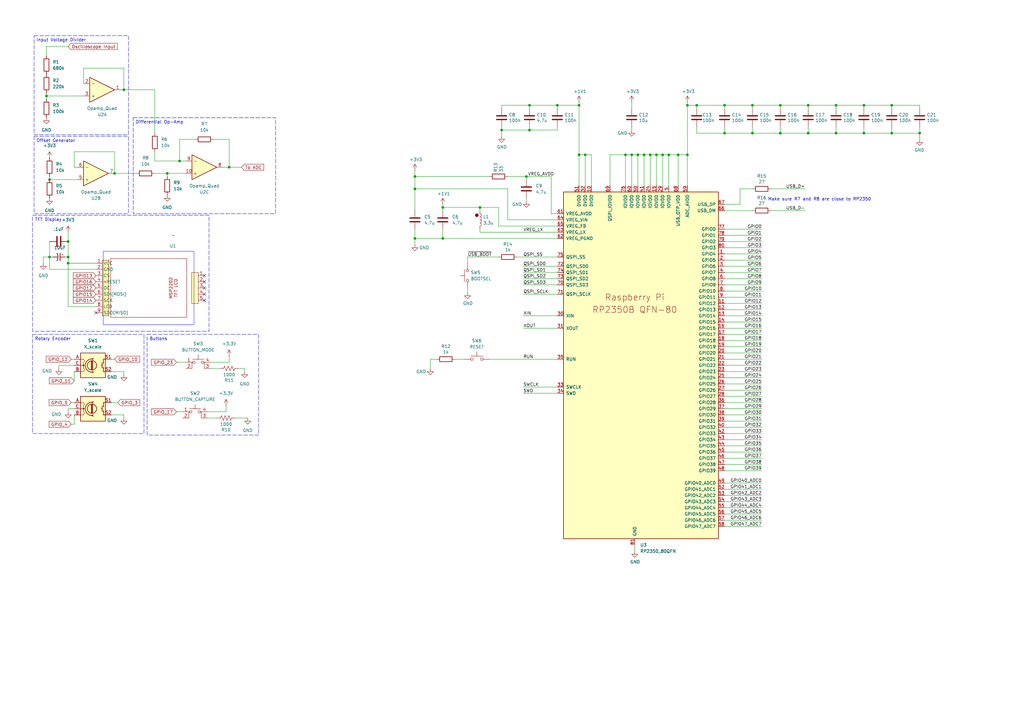
<source format=kicad_sch>
(kicad_sch (version 20250114) (generator "eeschema") (generator_version "9.0")
  (paper "A3")
  (lib_symbols
    (symbol "Device:C" (pin_numbers (hide yes)) (pin_names (offset 0.254))
      (property "Reference" "C" (at 0.635 2.54 0))
      (property "Value" "C" (at 0.635 -2.54 0))
      (symbol "C_1_1"
        (pin passive line (at 0 3.81 270) (length 2.794) (name "~") (number "1"))
        (pin passive line (at 0 -3.81 90) (length 2.794) (name "~") (number "2"))
      )
    )
    (symbol "Device:C_Polarized_Small_US" (pin_numbers (hide yes)) (pin_names (offset 0.254) (hide yes))
      (property "Reference" "C" (at 0.254 1.778 0))
      (property "Value" "C_Polarized_Small_US" (at 0.254 -2.032 0))
      (symbol "C_Polarized_Small_US_1_1"
        (pin passive line (at 0 2.54 270) (length 2.032) (name "~") (number "1"))
        (pin passive line (at 0 -2.54 90) (length 2.032) (name "~") (number "2"))
      )
    )
    (symbol "Device:L" (pin_numbers (hide yes)) (pin_names (offset 1.016) (hide yes))
      (property "Reference" "L" (at -1.27 0 90))
      (property "Value" "L" (at 1.905 0 90))
      (symbol "L_1_1"
        (pin passive line (at 0 3.81 270) (length 1.27) (name "1") (number "1"))
        (pin passive line (at 0 -3.81 90) (length 1.27) (name "2") (number "2"))
      )
    )
    (symbol "Device:Opamp_Quad"
      (property "Reference" "U" (at 0 5.08 0))
      (property "Value" "Opamp_Quad" (at 0 -5.08 0))
      (symbol "Opamp_Quad_1_1"
        (pin input line (at -7.62 2.54 0) (length 2.54) (name "+") (number "3"))
        (pin input line (at -7.62 -2.54 0) (length 2.54) (name "-") (number "2"))
        (pin output line (at 7.62 0 180) (length 2.54) (name "~") (number "1"))
      )
      (symbol "Opamp_Quad_2_1"
        (pin input line (at -7.62 2.54 0) (length 2.54) (name "+") (number "5"))
        (pin input line (at -7.62 -2.54 0) (length 2.54) (name "-") (number "6"))
        (pin output line (at 7.62 0 180) (length 2.54) (name "~") (number "7"))
      )
      (symbol "Opamp_Quad_3_1"
        (pin input line (at -7.62 2.54 0) (length 2.54) (name "+") (number "10"))
        (pin input line (at -7.62 -2.54 0) (length 2.54) (name "-") (number "9"))
        (pin output line (at 7.62 0 180) (length 2.54) (name "~") (number "8"))
      )
      (symbol "Opamp_Quad_4_1"
        (pin input line (at -7.62 2.54 0) (length 2.54) (name "+") (number "12"))
        (pin input line (at -7.62 -2.54 0) (length 2.54) (name "-") (number "13"))
        (pin output line (at 7.62 0 180) (length 2.54) (name "~") (number "14"))
      )
      (symbol "Opamp_Quad_5_1"
        (pin power_in line (at -2.54 7.62 270) (length 3.81) (name "V+") (number "4"))
        (pin power_in line (at -2.54 -7.62 90) (length 3.81) (name "V-") (number "11"))
      )
    )
    (symbol "Device:R" (pin_numbers (hide yes)) (pin_names (offset 0))
      (property "Reference" "R" (at 2.032 0 90))
      (property "Value" "R" (at 0 0 90))
      (symbol "R_1_1"
        (pin passive line (at 0 3.81 270) (length 1.27) (name "~") (number "1"))
        (pin passive line (at 0 -3.81 90) (length 1.27) (name "~") (number "2"))
      )
    )
    (symbol "Device:R_US" (pin_numbers (hide yes)) (pin_names (offset 0))
      (property "Reference" "R" (at 2.54 0 90))
      (property "Value" "R_US" (at -2.54 0 90))
      (symbol "R_US_1_1"
        (pin passive line (at 0 3.81 270) (length 1.27) (name "~") (number "1"))
        (pin passive line (at 0 -3.81 90) (length 1.27) (name "~") (number "2"))
      )
    )
    (symbol "Device:RotaryEncoder_Switch" (pin_names (offset 0.254) (hide yes))
      (property "Reference" "SW" (at 0 6.604 0))
      (property "Value" "RotaryEncoder_Switch" (at 0 -6.604 0))
      (symbol "RotaryEncoder_Switch_1_1"
        (pin passive line (at -7.62 2.54 0) (length 2.54) (name "A") (number "A"))
        (pin passive line (at -7.62 0 0) (length 2.54) (name "C") (number "C"))
        (pin passive line (at -7.62 -2.54 0) (length 2.54) (name "B") (number "B"))
        (pin passive line (at 7.62 2.54 180) (length 2.54) (name "S1") (number "S1"))
        (pin passive line (at 7.62 -2.54 180) (length 2.54) (name "S2") (number "S2"))
      )
    )
    (symbol "MCU_RaspberryPi_RP2350:RP2350_80QFN" (pin_names (offset 1.016))
      (property "Reference" "U" (at -29.21 49.53 0))
      (property "Value" "RP2350_80QFN" (at 25.4 -96.52 0))
      (symbol "RP2350_80QFN_0_0"
        (text "Raspberry Pi" (at 0 5.08 0) (effects (font (size 2.54 2.54))))
      )
      (symbol "RP2350_80QFN_1_0"
        (text "RP2350B QFN-80" (at 0 0 0) (effects (font (size 2.54 2.54))))
      )
      (symbol "RP2350_80QFN_1_1"
        (pin power_in line (at -31.75 39.37 0) (length 2.54) (name "VREG_AVDD") (number "61"))
        (pin power_in line (at -31.75 36.83 0) (length 2.54) (name "VREG_VIN") (number "64"))
        (pin input line (at -31.75 34.29 0) (length 2.54) (name "VREG_FB") (number "65"))
        (pin power_out line (at -31.75 31.75 0) (length 2.54) (name "VREG_LX") (number "63"))
        (pin power_in line (at -31.75 29.21 0) (length 2.54) (name "VREG_PGND") (number "62"))
        (pin bidirectional line (at -31.75 21.59 0) (length 2.54) (name "QSPI_SS") (number "75"))
        (pin bidirectional line (at -31.75 17.78 0) (length 2.54) (name "QSPI_SD0") (number "72"))
        (pin bidirectional line (at -31.75 15.24 0) (length 2.54) (name "QSPI_SD1") (number "74"))
        (pin bidirectional line (at -31.75 12.7 0) (length 2.54) (name "QSPI_SD2") (number "73"))
        (pin bidirectional line (at -31.75 10.16 0) (length 2.54) (name "QSPI_SD3") (number "70"))
        (pin output line (at -31.75 6.35 0) (length 2.54) (name "QSPI_SCLK") (number "71"))
        (pin input line (at -31.75 -2.54 0) (length 2.54) (name "XIN") (number "30"))
        (pin passive line (at -31.75 -7.62 0) (length 2.54) (name "XOUT") (number "31"))
        (pin input line (at -31.75 -20.32 0) (length 2.54) (name "RUN") (number "35"))
        (pin output line (at -31.75 -31.75 0) (length 2.54) (name "SWCLK") (number "33"))
        (pin bidirectional line (at -31.75 -34.29 0) (length 2.54) (name "SWD") (number "34"))
        (pin power_in line (at -22.86 50.8 270) (length 2.54) (name "DVDD") (number "51"))
        (pin power_in line (at -20.32 50.8 270) (length 2.54) (name "DVDD") (number "32"))
        (pin power_in line (at -17.78 50.8 270) (length 2.54) (name "DVDD") (number "10"))
        (pin power_in line (at -10.16 50.8 270) (length 2.54) (name "QSPI_IOVDD") (number "69"))
        (pin power_in line (at -3.81 50.8 270) (length 2.54) (name "IOVDD") (number "76"))
        (pin power_in line (at -1.27 50.8 270) (length 2.54) (name "IOVDD") (number "60"))
        (pin power_in line (at 0 -96.52 90) (length 2.54) (name "GND") (number "81"))
        (pin power_in line (at 1.27 50.8 270) (length 2.54) (name "IOVDD") (number "50"))
        (pin power_in line (at 3.81 50.8 270) (length 2.54) (name "IOVDD") (number "41"))
        (pin power_in line (at 6.35 50.8 270) (length 2.54) (name "IOVDD") (number "24"))
        (pin power_in line (at 8.89 50.8 270) (length 2.54) (name "IOVDD") (number "15"))
        (pin power_in line (at 11.43 50.8 270) (length 2.54) (name "IOVDD") (number "29"))
        (pin power_in line (at 13.97 50.8 270) (length 2.54) (name "IOVDD") (number "5"))
        (pin power_in line (at 17.78 50.8 270) (length 2.54) (name "USB_OTP_VDD") (number "68"))
        (pin power_in line (at 21.59 50.8 270) (length 2.54) (name "ADC_AVDD") (number "59"))
        (pin bidirectional line (at 36.83 43.18 180) (length 2.54) (name "USB_DP") (number "67"))
        (pin bidirectional line (at 36.83 40.64 180) (length 2.54) (name "USB_DM") (number "66"))
        (pin bidirectional line (at 36.83 33.02 180) (length 2.54) (name "GPIO0") (number "77"))
        (pin bidirectional line (at 36.83 30.48 180) (length 2.54) (name "GPIO1") (number "78"))
        (pin bidirectional line (at 36.83 27.94 180) (length 2.54) (name "GPIO2") (number "79"))
        (pin bidirectional line (at 36.83 25.4 180) (length 2.54) (name "GPIO3") (number "80"))
        (pin bidirectional line (at 36.83 22.86 180) (length 2.54) (name "GPIO4") (number "1"))
        (pin bidirectional line (at 36.83 20.32 180) (length 2.54) (name "GPIO5") (number "2"))
        (pin bidirectional line (at 36.83 17.78 180) (length 2.54) (name "GPIO6") (number "3"))
        (pin bidirectional line (at 36.83 15.24 180) (length 2.54) (name "GPIO7") (number "4"))
        (pin bidirectional line (at 36.83 12.7 180) (length 2.54) (name "GPIO8") (number "6"))
        (pin bidirectional line (at 36.83 10.16 180) (length 2.54) (name "GPIO9") (number "7"))
        (pin bidirectional line (at 36.83 7.62 180) (length 2.54) (name "GPIO10") (number "8"))
        (pin bidirectional line (at 36.83 5.08 180) (length 2.54) (name "GPIO11") (number "9"))
        (pin bidirectional line (at 36.83 2.54 180) (length 2.54) (name "GPIO12") (number "11"))
        (pin bidirectional line (at 36.83 0 180) (length 2.54) (name "GPIO13") (number "12"))
        (pin bidirectional line (at 36.83 -2.54 180) (length 2.54) (name "GPIO14") (number "13"))
        (pin bidirectional line (at 36.83 -5.08 180) (length 2.54) (name "GPIO15") (number "14"))
        (pin bidirectional line (at 36.83 -7.62 180) (length 2.54) (name "GPIO16") (number "16"))
        (pin bidirectional line (at 36.83 -10.16 180) (length 2.54) (name "GPIO17") (number "17"))
        (pin bidirectional line (at 36.83 -12.7 180) (length 2.54) (name "GPIO18") (number "18"))
        (pin bidirectional line (at 36.83 -15.24 180) (length 2.54) (name "GPIO19") (number "19"))
        (pin bidirectional line (at 36.83 -17.78 180) (length 2.54) (name "GPIO20") (number "20"))
        (pin bidirectional line (at 36.83 -20.32 180) (length 2.54) (name "GPIO21") (number "21"))
        (pin bidirectional line (at 36.83 -22.86 180) (length 2.54) (name "GPIO22") (number "22"))
        (pin bidirectional line (at 36.83 -25.4 180) (length 2.54) (name "GPIO23") (number "23"))
        (pin bidirectional line (at 36.83 -27.94 180) (length 2.54) (name "GPIO24") (number "25"))
        (pin bidirectional line (at 36.83 -30.48 180) (length 2.54) (name "GPIO25") (number "26"))
        (pin bidirectional line (at 36.83 -33.02 180) (length 2.54) (name "GPIO26") (number "27"))
        (pin bidirectional line (at 36.83 -35.56 180) (length 2.54) (name "GPIO27") (number "28"))
        (pin bidirectional line (at 36.83 -38.1 180) (length 2.54) (name "GPIO28") (number "36"))
        (pin bidirectional line (at 36.83 -40.64 180) (length 2.54) (name "GPIO29") (number "37"))
        (pin bidirectional line (at 36.83 -43.18 180) (length 2.54) (name "GPIO30") (number "38"))
        (pin bidirectional line (at 36.83 -45.72 180) (length 2.54) (name "GPIO31") (number "39"))
        (pin bidirectional line (at 36.83 -48.26 180) (length 2.54) (name "GPIO32") (number "40"))
        (pin bidirectional line (at 36.83 -50.8 180) (length 2.54) (name "GPIO33") (number "42"))
        (pin bidirectional line (at 36.83 -53.34 180) (length 2.54) (name "GPIO34") (number "43"))
        (pin bidirectional line (at 36.83 -55.88 180) (length 2.54) (name "GPIO35") (number "44"))
        (pin bidirectional line (at 36.83 -58.42 180) (length 2.54) (name "GPIO36") (number "45"))
        (pin bidirectional line (at 36.83 -60.96 180) (length 2.54) (name "GPIO37") (number "46"))
        (pin bidirectional line (at 36.83 -63.5 180) (length 2.54) (name "GPIO38") (number "47"))
        (pin bidirectional line (at 36.83 -66.04 180) (length 2.54) (name "GPIO39") (number "48"))
        (pin bidirectional line (at 36.83 -71.12 180) (length 2.54) (name "GPIO40_ADC0") (number "49"))
        (pin bidirectional line (at 36.83 -73.66 180) (length 2.54) (name "GPIO41_ADC1") (number "52"))
        (pin bidirectional line (at 36.83 -76.2 180) (length 2.54) (name "GPIO42_ADC2") (number "53"))
        (pin bidirectional line (at 36.83 -78.74 180) (length 2.54) (name "GPIO43_ADC3") (number "54"))
        (pin bidirectional line (at 36.83 -81.28 180) (length 2.54) (name "GPIO44_ADC4") (number "55"))
        (pin bidirectional line (at 36.83 -83.82 180) (length 2.54) (name "GPIO45_ADC5") (number "56"))
        (pin bidirectional line (at 36.83 -86.36 180) (length 2.54) (name "GPIO46_ADC6") (number "57"))
        (pin bidirectional line (at 36.83 -88.9 180) (length 2.54) (name "GPIO47_ADC7") (number "58"))
      )
    )
    (symbol "MSP2202_TFT:MSP2202_TFT_LCD"
      (property "Reference" "U1" (at 9.906 17.272 0))
      (property "Value" "~" (at 10.16 21.59 0))
      (symbol "MSP2202_TFT_LCD_1_1"
        (text "MSP2202\nTFT LCD" (at 10.16 0 900) (effects (font (size 1.27 1.27))))
        (pin input line (at -21.59 10.16 0) (length 2.54) (name "VCC") (number "1"))
        (pin input line (at -21.59 7.62 0) (length 2.54) (name "GND") (number "2"))
        (pin input line (at -21.59 5.08 0) (length 2.54) (name "CS") (number "3"))
        (pin input line (at -21.59 2.54 0) (length 2.54) (name "nRESET") (number "4"))
        (pin input line (at -21.59 0 0) (length 2.54) (name "DC") (number "5"))
        (pin input line (at -21.59 -2.54 0) (length 2.54) (name "SDI(MOSI)") (number "6"))
        (pin input line (at -21.59 -5.08 0) (length 2.54) (name "SCK") (number "7"))
        (pin input line (at -21.59 -7.62 0) (length 2.54) (name "LED") (number "8"))
        (pin input line (at -21.59 -10.16 0) (length 2.54) (name "SDO(MISO)") (number "9"))
        (pin input line (at 22.86 5.08 180) (length 2.54) (name "") (number "1"))
        (pin input line (at 22.86 2.54 180) (length 2.54) (name "") (number "2"))
        (pin input line (at 22.86 0 180) (length 2.54) (name "") (number "3"))
        (pin input line (at 22.86 -2.54 180) (length 2.54) (name "") (number "4"))
        (pin input line (at 22.86 -5.08 180) (length 2.54) (name "") (number "5"))
      )
    )
    (symbol "Switch:SW_MEC_5E" (pin_names (offset 1.016) (hide yes))
      (property "Reference" "SW" (at 0.635 5.715 0))
      (property "Value" "SW_MEC_5E" (at 0 -3.175 0))
      (symbol "SW_MEC_5E_0_1"
        (pin passive line (at -5.08 2.54 0) (length 2.54) (name "1") (number "1"))
        (pin passive line (at -5.08 0 0) (length 2.54) (name "2") (number "2"))
        (pin passive line (at 5.08 2.54 180) (length 2.54) (name "A") (number "4"))
        (pin passive line (at 5.08 0 180) (length 2.54) (name "K") (number "3"))
      )
    )
    (symbol "Switch:SW_Push" (pin_numbers (hide yes)) (pin_names (offset 1.016) (hide yes))
      (property "Reference" "SW" (at 1.27 2.54 0))
      (property "Value" "SW_Push" (at 0 -1.524 0))
      (symbol "SW_Push_0_1"
        (pin passive line (at -5.08 0 0) (length 2.54) (name "1") (number "1"))
        (pin passive line (at 5.08 0 180) (length 2.54) (name "2") (number "2"))
      )
    )
    (symbol "power:+1V1" (power) (pin_names (offset 0))
      (property "Value" "+1V1" (at 0 3.556 0))
      (symbol "+1V1_1_1"
        (pin power_in line (at 0 0 90) (length 0) (hide yes) (name "+1V1") (number "1"))
      )
    )
    (symbol "power:+3.3V" (power) (pin_numbers (hide yes)) (pin_names (offset 0) (hide yes))
      (property "Value" "+3.3V" (at 0 3.556 0))
      (symbol "+3.3V_1_1"
        (pin power_in line (at 0 0 90) (length 0) (name "~") (number "1"))
      )
    )
    (symbol "power:+3V3" (power) (pin_names (offset 0))
      (property "Value" "+3V3" (at 0 3.556 0))
      (symbol "+3V3_1_1"
        (pin power_in line (at 0 0 90) (length 0) (hide yes) (name "+3V3") (number "1"))
      )
    )
    (symbol "power:GND" (power) (pin_names (offset 0))
      (property "Value" "GND" (at 0 -3.81 0))
      (symbol "GND_1_1"
        (pin power_in line (at 0 0 270) (length 0) (hide yes) (name "GND") (number "1"))
      )
    )
  )
  (circle (center 195.58 88.265) (radius 0.635) (stroke (width 0) (color 132 0 0 1)) (fill (type color) (color 132 0 0 1)))
  (text "Make sure R7 and R8 are close to RP2350\n" (at 314.96 82.55 0) (effects (font (size 1.27 1.27)) (justify left bottom)))
  (text_box "Buttons" (at 60.325 137.16 0) (size 45.72 41.275) (margins 0.9525 0.9525 0.9525 0.9525) (stroke (width 0) (type dash)) (effects (font (size 1.27 1.27)) (justify left top)))
  (text_box "Differential Op-Amp" (at 54.61 48.26 0) (size 58.42 39.37) (margins 0.9525 0.9525 0.9525 0.9525) (stroke (width 0) (type dash)) (effects (font (size 1.27 1.27)) (justify left top)))
  (text_box "Input Voltage Divider" (at 13.97 14.605 0) (size 38.735 40.64) (margins 0.9525 0.9525 0.9525 0.9525) (stroke (width 0) (type dash)) (effects (font (size 1.27 1.27)) (justify left top)))
  (text_box "Offset Generator" (at 13.97 55.88 0) (size 38.735 31.75) (margins 0.9525 0.9525 0.9525 0.9525) (stroke (width 0) (type dash)) (effects (font (size 1.27 1.27)) (justify left top)))
  (text_box "TFT Display" (at 13.335 88.265 0) (size 72.39 47.625) (margins 0.9525 0.9525 0.9525 0.9525) (stroke (width 0) (type dash)) (effects (font (size 1.27 1.27)) (justify left top)))
  (text_box "Rotary Encoder" (at 13.335 137.16 0) (size 45.72 40.64) (margins 0.9525 0.9525 0.9525 0.9525) (stroke (width 0) (type dash)) (effects (font (size 1.27 1.27)) (justify left top)))
  (junction (at 73.66 66.04))
  (junction (at 205.74 53.34))
  (junction (at 308.61 54.61))
  (junction (at 278.13 63.5))
  (junction (at 266.7 63.5))
  (junction (at 27.94 99.06))
  (junction (at 281.94 43.18))
  (junction (at 308.61 43.18))
  (junction (at 181.61 97.79))
  (junction (at 237.49 63.5))
  (junction (at 354.33 43.18))
  (junction (at 46.99 71.12))
  (junction (at 27.94 107.95))
  (junction (at 50.8 36.83))
  (junction (at 259.08 63.5))
  (junction (at 354.33 54.61))
  (junction (at 342.9 54.61))
  (junction (at 320.04 54.61))
  (junction (at 285.75 43.18))
  (junction (at 19.05 39.37))
  (junction (at 320.04 43.18))
  (junction (at 261.62 63.5))
  (junction (at 27.94 105.41))
  (junction (at 237.49 43.18))
  (junction (at 365.76 43.18))
  (junction (at 170.18 77.47))
  (junction (at 274.32 63.5))
  (junction (at 228.6 43.18))
  (junction (at 331.47 54.61))
  (junction (at 365.76 54.61))
  (junction (at 342.9 43.18))
  (junction (at 68.58 71.12))
  (junction (at 240.03 63.5))
  (junction (at 264.16 63.5))
  (junction (at 170.18 72.39))
  (junction (at 215.9 72.39))
  (junction (at 377.19 54.61))
  (junction (at 181.61 85.09))
  (junction (at 271.78 63.5))
  (junction (at 93.98 68.58))
  (junction (at 217.17 43.18))
  (junction (at 297.18 54.61))
  (junction (at 196.85 85.09))
  (junction (at 331.47 43.18))
  (junction (at 297.18 43.18))
  (junction (at 269.24 63.5))
  (junction (at 217.17 53.34))
  (junction (at 20.32 105.41))
  (junction (at 281.94 63.5))
  (junction (at 20.32 73.66))
  (junction (at 170.18 97.79))
  (junction (at 256.54 63.5))
  (no_connect (at 83.82 115.57))
  (no_connect (at 39.37 128.27))
  (no_connect (at 83.82 120.65))
  (no_connect (at 83.82 118.11))
  (no_connect (at 83.82 113.03))
  (no_connect (at 83.82 123.19))
  (wire (pts (xy 240.03 63.5) (xy 242.57 63.5)))
  (wire (pts (xy 191.77 105.41) (xy 191.77 107.95)))
  (wire (pts (xy 205.74 53.34) (xy 205.74 55.88)))
  (wire (pts (xy 27.94 99.06) (xy 27.94 105.41)))
  (wire (pts (xy 320.04 43.18) (xy 331.47 43.18)))
  (wire (pts (xy 204.47 92.71) (xy 204.47 85.09)))
  (wire (pts (xy 73.66 66.04) (xy 73.66 57.15)))
  (wire (pts (xy 181.61 86.36) (xy 181.61 85.09)))
  (wire (pts (xy 176.53 147.32) (xy 176.53 151.13)))
  (wire (pts (xy 170.18 77.47) (xy 170.18 86.36)))
  (wire (pts (xy 297.18 104.14) (xy 312.42 104.14)))
  (wire (pts (xy 30.48 167.64) (xy 27.94 167.64)))
  (wire (pts (xy 297.18 203.2) (xy 312.42 203.2)))
  (wire (pts (xy 27.94 105.41) (xy 27.94 107.95)))
  (wire (pts (xy 19.05 39.37) (xy 34.29 39.37)))
  (wire (pts (xy 20.32 73.66) (xy 31.75 73.66)))
  (wire (pts (xy 214.63 111.76) (xy 228.6 111.76)))
  (wire (pts (xy 20.32 99.06) (xy 20.32 105.41)))
  (wire (pts (xy 50.8 36.83) (xy 63.5 36.83)))
  (wire (pts (xy 45.72 152.4) (xy 50.8 152.4)))
  (wire (pts (xy 87.63 57.15) (xy 93.98 57.15)))
  (wire (pts (xy 297.18 160.02) (xy 312.42 160.02)))
  (wire (pts (xy 181.61 93.98) (xy 181.61 97.79)))
  (wire (pts (xy 93.98 146.05) (xy 93.98 148.59)))
  (wire (pts (xy 297.18 83.82) (xy 303.53 83.82)))
  (wire (pts (xy 297.18 215.9) (xy 312.42 215.9)))
  (wire (pts (xy 228.6 43.18) (xy 237.49 43.18)))
  (wire (pts (xy 297.18 157.48) (xy 312.42 157.48)))
  (wire (pts (xy 19.05 22.86) (xy 19.05 19.05)))
  (wire (pts (xy 181.61 97.79) (xy 228.6 97.79)))
  (wire (pts (xy 297.18 86.36) (xy 308.61 86.36)))
  (wire (pts (xy 285.75 44.45) (xy 285.75 43.18)))
  (wire (pts (xy 226.06 87.63) (xy 228.6 87.63)))
  (wire (pts (xy 29.21 173.99) (xy 30.48 173.99)))
  (wire (pts (xy 196.85 85.09) (xy 196.85 86.36)))
  (wire (pts (xy 297.18 182.88) (xy 312.42 182.88)))
  (wire (pts (xy 205.74 52.07) (xy 205.74 53.34)))
  (wire (pts (xy 30.48 156.21) (xy 30.48 152.4)))
  (wire (pts (xy 308.61 44.45) (xy 308.61 43.18)))
  (wire (pts (xy 285.75 43.18) (xy 297.18 43.18)))
  (wire (pts (xy 45.72 170.18) (xy 50.8 170.18)))
  (wire (pts (xy 260.35 223.52) (xy 260.35 226.06)))
  (wire (pts (xy 297.18 147.32) (xy 312.42 147.32)))
  (wire (pts (xy 331.47 44.45) (xy 331.47 43.18)))
  (wire (pts (xy 271.78 63.5) (xy 274.32 63.5)))
  (wire (pts (xy 365.76 54.61) (xy 354.33 54.61)))
  (wire (pts (xy 297.18 172.72) (xy 312.42 172.72)))
  (wire (pts (xy 237.49 41.91) (xy 237.49 43.18)))
  (wire (pts (xy 256.54 63.5) (xy 259.08 63.5)))
  (wire (pts (xy 297.18 149.86) (xy 312.42 149.86)))
  (wire (pts (xy 92.71 168.91) (xy 85.09 168.91)))
  (wire (pts (xy 93.98 68.58) (xy 91.44 68.58)))
  (wire (pts (xy 271.78 76.2) (xy 271.78 63.5)))
  (wire (pts (xy 308.61 54.61) (xy 297.18 54.61)))
  (wire (pts (xy 264.16 76.2) (xy 264.16 63.5)))
  (wire (pts (xy 100.33 152.4) (xy 100.33 151.13)))
  (wire (pts (xy 170.18 69.85) (xy 170.18 72.39)))
  (wire (pts (xy 228.6 44.45) (xy 228.6 43.18)))
  (wire (pts (xy 320.04 52.07) (xy 320.04 54.61)))
  (wire (pts (xy 297.18 139.7) (xy 312.42 139.7)))
  (wire (pts (xy 228.6 53.34) (xy 228.6 52.07)))
  (wire (pts (xy 297.18 200.66) (xy 312.42 200.66)))
  (wire (pts (xy 50.8 27.94) (xy 34.29 27.94)))
  (wire (pts (xy 297.18 96.52) (xy 312.42 96.52)))
  (wire (pts (xy 256.54 76.2) (xy 256.54 63.5)))
  (wire (pts (xy 281.94 41.91) (xy 281.94 43.18)))
  (wire (pts (xy 100.33 151.13) (xy 97.79 151.13)))
  (wire (pts (xy 63.5 71.12) (xy 68.58 71.12)))
  (wire (pts (xy 27.94 125.73) (xy 27.94 107.95)))
  (wire (pts (xy 181.61 83.82) (xy 181.61 85.09)))
  (wire (pts (xy 208.28 90.17) (xy 228.6 90.17)))
  (wire (pts (xy 297.18 134.62) (xy 312.42 134.62)))
  (wire (pts (xy 228.6 120.65) (xy 214.63 120.65)))
  (wire (pts (xy 259.08 41.91) (xy 259.08 44.45)))
  (wire (pts (xy 259.08 52.07) (xy 259.08 53.34)))
  (wire (pts (xy 281.94 63.5) (xy 281.94 76.2)))
  (wire (pts (xy 179.07 147.32) (xy 176.53 147.32)))
  (wire (pts (xy 297.18 165.1) (xy 312.42 165.1)))
  (wire (pts (xy 93.98 68.58) (xy 99.06 68.58)))
  (wire (pts (xy 303.53 77.47) (xy 303.53 83.82)))
  (wire (pts (xy 29.21 147.32) (xy 30.48 147.32)))
  (wire (pts (xy 278.13 76.2) (xy 278.13 63.5)))
  (wire (pts (xy 205.74 53.34) (xy 217.17 53.34)))
  (wire (pts (xy 297.18 54.61) (xy 285.75 54.61)))
  (wire (pts (xy 259.08 76.2) (xy 259.08 63.5)))
  (wire (pts (xy 63.5 62.23) (xy 63.5 66.04)))
  (wire (pts (xy 342.9 54.61) (xy 331.47 54.61)))
  (wire (pts (xy 170.18 72.39) (xy 200.66 72.39)))
  (wire (pts (xy 297.18 106.68) (xy 312.42 106.68)))
  (wire (pts (xy 63.5 54.61) (xy 63.5 36.83)))
  (wire (pts (xy 68.58 71.12) (xy 76.2 71.12)))
  (wire (pts (xy 377.19 54.61) (xy 365.76 54.61)))
  (wire (pts (xy 297.18 175.26) (xy 312.42 175.26)))
  (wire (pts (xy 200.66 147.32) (xy 228.6 147.32)))
  (wire (pts (xy 297.18 154.94) (xy 312.42 154.94)))
  (wire (pts (xy 228.6 158.75) (xy 214.63 158.75)))
  (wire (pts (xy 208.28 77.47) (xy 208.28 90.17)))
  (wire (pts (xy 281.94 43.18) (xy 281.94 63.5)))
  (wire (pts (xy 354.33 54.61) (xy 342.9 54.61)))
  (wire (pts (xy 19.05 19.05) (xy 27.94 19.05)))
  (wire (pts (xy 320.04 54.61) (xy 308.61 54.61)))
  (wire (pts (xy 93.98 148.59) (xy 86.36 148.59)))
  (wire (pts (xy 242.57 63.5) (xy 242.57 76.2)))
  (wire (pts (xy 297.18 162.56) (xy 312.42 162.56)))
  (wire (pts (xy 214.63 116.84) (xy 228.6 116.84)))
  (wire (pts (xy 297.18 190.5) (xy 312.42 190.5)))
  (wire (pts (xy 297.18 142.24) (xy 312.42 142.24)))
  (wire (pts (xy 354.33 43.18) (xy 365.76 43.18)))
  (wire (pts (xy 34.29 27.94) (xy 34.29 34.29)))
  (wire (pts (xy 17.78 105.41) (xy 17.78 107.95)))
  (wire (pts (xy 365.76 43.18) (xy 377.19 43.18)))
  (wire (pts (xy 266.7 76.2) (xy 266.7 63.5)))
  (wire (pts (xy 214.63 109.22) (xy 228.6 109.22)))
  (wire (pts (xy 240.03 76.2) (xy 240.03 63.5)))
  (wire (pts (xy 72.39 168.91) (xy 74.93 168.91)))
  (wire (pts (xy 170.18 77.47) (xy 208.28 77.47)))
  (wire (pts (xy 27.94 99.06) (xy 27.94 95.25)))
  (wire (pts (xy 68.58 72.39) (xy 68.58 71.12)))
  (wire (pts (xy 308.61 52.07) (xy 308.61 54.61)))
  (wire (pts (xy 212.09 105.41) (xy 228.6 105.41)))
  (wire (pts (xy 49.53 36.83) (xy 50.8 36.83)))
  (wire (pts (xy 269.24 63.5) (xy 271.78 63.5)))
  (wire (pts (xy 250.19 63.5) (xy 256.54 63.5)))
  (wire (pts (xy 50.8 36.83) (xy 50.8 27.94)))
  (wire (pts (xy 215.9 72.39) (xy 215.9 73.66)))
  (wire (pts (xy 215.9 82.55) (xy 215.9 81.28)))
  (wire (pts (xy 214.63 114.3) (xy 228.6 114.3)))
  (wire (pts (xy 50.8 170.18) (xy 50.8 171.45)))
  (wire (pts (xy 297.18 99.06) (xy 312.42 99.06)))
  (wire (pts (xy 228.6 161.29) (xy 214.63 161.29)))
  (wire (pts (xy 20.32 110.49) (xy 39.37 110.49)))
  (wire (pts (xy 214.63 129.54) (xy 228.6 129.54)))
  (wire (pts (xy 297.18 198.12) (xy 312.42 198.12)))
  (wire (pts (xy 250.19 76.2) (xy 250.19 63.5)))
  (wire (pts (xy 297.18 144.78) (xy 312.42 144.78)))
  (wire (pts (xy 261.62 76.2) (xy 261.62 63.5)))
  (wire (pts (xy 237.49 63.5) (xy 237.49 76.2)))
  (wire (pts (xy 297.18 208.28) (xy 312.42 208.28)))
  (wire (pts (xy 354.33 52.07) (xy 354.33 54.61)))
  (wire (pts (xy 86.36 151.13) (xy 90.17 151.13)))
  (wire (pts (xy 297.18 210.82) (xy 312.42 210.82)))
  (wire (pts (xy 93.98 57.15) (xy 93.98 68.58)))
  (wire (pts (xy 240.03 63.5) (xy 237.49 63.5)))
  (wire (pts (xy 30.48 68.58) (xy 30.48 62.23)))
  (wire (pts (xy 170.18 93.98) (xy 170.18 97.79)))
  (wire (pts (xy 20.32 105.41) (xy 20.32 110.49)))
  (wire (pts (xy 170.18 97.79) (xy 181.61 97.79)))
  (wire (pts (xy 297.18 52.07) (xy 297.18 54.61)))
  (wire (pts (xy 274.32 63.5) (xy 274.32 76.2)))
  (wire (pts (xy 297.18 93.98) (xy 312.42 93.98)))
  (wire (pts (xy 297.18 116.84) (xy 312.42 116.84)))
  (wire (pts (xy 215.9 72.39) (xy 226.06 72.39)))
  (wire (pts (xy 73.66 57.15) (xy 80.01 57.15)))
  (wire (pts (xy 19.05 39.37) (xy 19.05 40.64)))
  (wire (pts (xy 50.8 152.4) (xy 50.8 153.67)))
  (wire (pts (xy 297.18 43.18) (xy 308.61 43.18)))
  (wire (pts (xy 297.18 177.8) (xy 312.42 177.8)))
  (wire (pts (xy 45.72 147.32) (xy 46.99 147.32)))
  (wire (pts (xy 377.19 54.61) (xy 377.19 57.15)))
  (wire (pts (xy 72.39 148.59) (xy 76.2 148.59)))
  (wire (pts (xy 24.13 149.86) (xy 24.13 151.13)))
  (wire (pts (xy 226.06 72.39) (xy 226.06 87.63)))
  (wire (pts (xy 316.23 86.36) (xy 330.2 86.36)))
  (wire (pts (xy 217.17 44.45) (xy 217.17 43.18)))
  (wire (pts (xy 274.32 63.5) (xy 278.13 63.5)))
  (wire (pts (xy 63.5 66.04) (xy 73.66 66.04)))
  (wire (pts (xy 217.17 43.18) (xy 228.6 43.18)))
  (wire (pts (xy 365.76 52.07) (xy 365.76 54.61)))
  (wire (pts (xy 297.18 180.34) (xy 312.42 180.34)))
  (wire (pts (xy 259.08 63.5) (xy 261.62 63.5)))
  (wire (pts (xy 196.85 95.25) (xy 228.6 95.25)))
  (wire (pts (xy 208.28 72.39) (xy 215.9 72.39)))
  (wire (pts (xy 266.7 63.5) (xy 269.24 63.5)))
  (wire (pts (xy 228.6 134.62) (xy 214.63 134.62)))
  (wire (pts (xy 217.17 53.34) (xy 228.6 53.34)))
  (wire (pts (xy 331.47 43.18) (xy 342.9 43.18)))
  (wire (pts (xy 30.48 68.58) (xy 31.75 68.58)))
  (wire (pts (xy 297.18 137.16) (xy 312.42 137.16)))
  (wire (pts (xy 342.9 43.18) (xy 354.33 43.18)))
  (wire (pts (xy 191.77 118.11) (xy 191.77 120.015)))
  (wire (pts (xy 73.66 66.04) (xy 76.2 66.04)))
  (wire (pts (xy 29.21 165.1) (xy 30.48 165.1)))
  (wire (pts (xy 204.47 105.41) (xy 191.77 105.41)))
  (wire (pts (xy 281.94 43.18) (xy 285.75 43.18)))
  (wire (pts (xy 297.18 152.4) (xy 312.42 152.4)))
  (wire (pts (xy 30.48 149.86) (xy 24.13 149.86)))
  (wire (pts (xy 278.13 63.5) (xy 281.94 63.5)))
  (wire (pts (xy 92.71 166.37) (xy 92.71 168.91)))
  (wire (pts (xy 196.85 95.25) (xy 196.85 93.98)))
  (wire (pts (xy 46.99 71.12) (xy 55.88 71.12)))
  (wire (pts (xy 170.18 72.39) (xy 170.18 77.47)))
  (wire (pts (xy 85.09 171.45) (xy 88.9 171.45)))
  (wire (pts (xy 20.32 73.66) (xy 20.32 72.39)))
  (wire (pts (xy 297.18 109.22) (xy 312.42 109.22)))
  (wire (pts (xy 17.78 105.41) (xy 20.32 105.41)))
  (wire (pts (xy 96.52 171.45) (xy 101.6 171.45)))
  (wire (pts (xy 303.53 77.47) (xy 308.61 77.47)))
  (wire (pts (xy 342.9 52.07) (xy 342.9 54.61)))
  (wire (pts (xy 377.19 44.45) (xy 377.19 43.18)))
  (wire (pts (xy 297.18 121.92) (xy 312.42 121.92)))
  (wire (pts (xy 308.61 43.18) (xy 320.04 43.18)))
  (wire (pts (xy 45.72 165.1) (xy 48.26 165.1)))
  (wire (pts (xy 331.47 52.07) (xy 331.47 54.61)))
  (wire (pts (xy 297.18 124.46) (xy 312.42 124.46)))
  (wire (pts (xy 297.18 111.76) (xy 312.42 111.76)))
  (wire (pts (xy 204.47 85.09) (xy 196.85 85.09)))
  (wire (pts (xy 39.37 125.73) (xy 27.94 125.73)))
  (wire (pts (xy 365.76 44.45) (xy 365.76 43.18)))
  (wire (pts (xy 39.37 107.95) (xy 27.94 107.95)))
  (wire (pts (xy 377.19 52.07) (xy 377.19 54.61)))
  (wire (pts (xy 30.48 62.23) (xy 46.99 62.23)))
  (wire (pts (xy 20.32 105.41) (xy 21.59 105.41)))
  (wire (pts (xy 297.18 170.18) (xy 312.42 170.18)))
  (wire (pts (xy 331.47 54.61) (xy 320.04 54.61)))
  (wire (pts (xy 26.67 105.41) (xy 27.94 105.41)))
  (wire (pts (xy 27.94 167.64) (xy 27.94 168.91)))
  (wire (pts (xy 297.18 193.04) (xy 312.42 193.04)))
  (wire (pts (xy 342.9 44.45) (xy 342.9 43.18)))
  (wire (pts (xy 217.17 52.07) (xy 217.17 53.34)))
  (wire (pts (xy 19.05 38.1) (xy 19.05 39.37)))
  (wire (pts (xy 297.18 44.45) (xy 297.18 43.18)))
  (wire (pts (xy 285.75 52.07) (xy 285.75 54.61)))
  (wire (pts (xy 297.18 205.74) (xy 312.42 205.74)))
  (wire (pts (xy 297.18 213.36) (xy 312.42 213.36)))
  (wire (pts (xy 30.48 170.18) (xy 30.48 173.99)))
  (wire (pts (xy 46.99 62.23) (xy 46.99 71.12)))
  (wire (pts (xy 297.18 119.38) (xy 312.42 119.38)))
  (wire (pts (xy 320.04 44.45) (xy 320.04 43.18)))
  (wire (pts (xy 354.33 44.45) (xy 354.33 43.18)))
  (wire (pts (xy 269.24 63.5) (xy 269.24 76.2)))
  (wire (pts (xy 297.18 129.54) (xy 312.42 129.54)))
  (wire (pts (xy 186.69 147.32) (xy 190.5 147.32)))
  (wire (pts (xy 205.74 44.45) (xy 205.74 43.18)))
  (wire (pts (xy 316.23 77.47) (xy 330.2 77.47)))
  (wire (pts (xy 297.18 101.6) (xy 312.42 101.6)))
  (wire (pts (xy 181.61 85.09) (xy 196.85 85.09)))
  (wire (pts (xy 297.18 132.08) (xy 312.42 132.08)))
  (wire (pts (xy 264.16 63.5) (xy 266.7 63.5)))
  (wire (pts (xy 237.49 43.18) (xy 237.49 63.5)))
  (wire (pts (xy 297.18 185.42) (xy 312.42 185.42)))
  (wire (pts (xy 170.18 97.79) (xy 170.18 100.33)))
  (wire (pts (xy 297.18 167.64) (xy 312.42 167.64)))
  (wire (pts (xy 297.18 127) (xy 312.42 127)))
  (wire (pts (xy 205.74 43.18) (xy 217.17 43.18)))
  (wire (pts (xy 261.62 63.5) (xy 264.16 63.5)))
  (wire (pts (xy 297.18 187.96) (xy 312.42 187.96)))
  (wire (pts (xy 228.6 92.71) (xy 204.47 92.71)))
  (wire (pts (xy 297.18 114.3) (xy 312.42 114.3)))
  (label "GPIO1" (at 312.42 96.52 180))
  (label "VREG_AVDD" (at 216.535 72.39 0))
  (label "GPIO46_ADC6" (at 312.42 213.36 180))
  (label "GPIO31" (at 312.42 172.72 180))
  (label "QSPI_SD2" (at 214.63 114.3 0))
  (label "GPIO4" (at 312.42 104.14 180))
  (label "GPIO7" (at 312.42 111.76 180))
  (label "GPIO22" (at 312.42 149.86 180))
  (label "GPIO42_ADC2" (at 312.42 203.2 180))
  (label "XOUT" (at 214.63 134.62 0))
  (label "GPIO35" (at 312.42 182.88 180))
  (label "GPIO37" (at 312.42 187.96 180))
  (label "GPIO12" (at 312.42 124.46 180))
  (label "GPIO24" (at 312.42 154.94 180))
  (label "GPIO34" (at 312.42 180.34 180))
  (label "GPIO36" (at 312.42 185.42 180))
  (label "GPIO43_ADC3" (at 312.42 205.74 180))
  (label "GPIO14" (at 312.42 129.54 180))
  (label "SWCLK" (at 214.63 158.75 0))
  (label "USB_D-" (at 330.2 86.36 180))
  (label "GPIO25" (at 312.42 157.48 180))
  (label "GPIO2" (at 312.42 99.06 180))
  (label "GPIO15" (at 312.42 132.08 180))
  (label "SWD" (at 214.63 161.29 0))
  (label "QSPI_SD0" (at 214.63 109.22 0))
  (label "GPIO40_ADC0" (at 312.42 198.12 180))
  (label "GPIO9" (at 312.42 116.84 180))
  (label "GPIO21" (at 312.42 147.32 180))
  (label "~{USB_BOOT}" (at 191.77 105.41 0))
  (label "GPIO45_ADC5" (at 312.42 210.82 180))
  (label "GPIO39" (at 312.42 193.04 180))
  (label "XIN" (at 214.63 129.54 0))
  (label "GPIO27" (at 312.42 162.56 180))
  (label "GPIO28" (at 312.42 165.1 180))
  (label "GPIO8" (at 312.42 114.3 180))
  (label "GPIO18" (at 312.42 139.7 180))
  (label "GPIO30" (at 312.42 170.18 180))
  (label "GPIO26" (at 312.42 160.02 180))
  (label "VREG_LX" (at 214.63 95.25 0))
  (label "GPIO23" (at 312.42 152.4 180))
  (label "GPIO17" (at 312.42 137.16 180))
  (label "GPIO33" (at 312.42 177.8 180))
  (label "GPIO32" (at 312.42 175.26 180))
  (label "GPIO6" (at 312.42 109.22 180))
  (label "GPIO5" (at 312.42 106.68 180))
  (label "QSPI_SCLK" (at 214.63 120.65 0))
  (label "GPIO20" (at 312.42 144.78 180))
  (label "GPIO47_ADC7" (at 312.42 215.9 180))
  (label "GPIO0" (at 312.42 93.98 180))
  (label "GPIO41_ADC1" (at 312.42 200.66 180))
  (label "GPIO44_ADC4" (at 312.42 208.28 180))
  (label "QSPI_SD1" (at 214.63 111.76 0))
  (label "GPIO19" (at 312.42 142.24 180))
  (label "QSPI_SS" (at 214.63 105.41 0))
  (label "GPIO3" (at 312.42 101.6 180))
  (label "USB_D+" (at 330.2 77.47 180))
  (label "GPIO38" (at 312.42 190.5 180))
  (label "QSPI_SD3" (at 214.63 116.84 0))
  (label "RUN" (at 214.63 147.32 0))
  (label "GPIO11" (at 312.42 121.92 180))
  (label "GPIO16" (at 312.42 134.62 180))
  (label "GPIO29" (at 312.42 167.64 180))
  (label "GPIO10" (at 312.42 119.38 180))
  (label "GPIO13" (at 312.42 127 180))
  (global_label "GPIO_12" (shape input) (at 29.21 147.32 180) (property "Intersheetrefs" "${INTERSHEET_REFS}" (effects (hide yes))))
  (global_label "GPIO12" (shape input) (at 39.37 118.11 180) (property "Intersheetrefs" "${INTERSHEET_REFS}" (effects (hide yes))))
  (global_label "Oscilloscope Input" (shape input) (at 27.94 19.05 0) (property "Intersheetrefs" "${INTERSHEET_REFS}" (effects (hide yes))))
  (global_label "GPIO_23" (shape input) (at 72.39 148.59 180) (property "Intersheetrefs" "${INTERSHEET_REFS}" (effects (hide yes))))
  (global_label "GPIO15" (shape input) (at 39.37 120.65 180) (property "Intersheetrefs" "${INTERSHEET_REFS}" (effects (hide yes))))
  (global_label "GPIO_5" (shape input) (at 29.21 165.1 180) (property "Intersheetrefs" "${INTERSHEET_REFS}" (effects (hide yes))))
  (global_label "To ADC" (shape input) (at 99.06 68.58 0) (property "Intersheetrefs" "${INTERSHEET_REFS}" (effects (hide yes))))
  (global_label "GPIO16" (shape input) (at 39.37 115.57 180) (property "Intersheetrefs" "${INTERSHEET_REFS}" (effects (hide yes))))
  (global_label "GPIO_4" (shape input) (at 29.21 173.99 180) (property "Intersheetrefs" "${INTERSHEET_REFS}" (effects (hide yes))))
  (global_label "GPIO_11" (shape input) (at 30.48 156.21 180) (property "Intersheetrefs" "${INTERSHEET_REFS}" (effects (hide yes))))
  (global_label "GPIO_3" (shape input) (at 48.26 165.1 0) (property "Intersheetrefs" "${INTERSHEET_REFS}" (effects (hide yes))))
  (global_label "GPIO13" (shape input) (at 39.37 113.03 180) (property "Intersheetrefs" "${INTERSHEET_REFS}" (effects (hide yes))))
  (global_label "GPIO_17" (shape input) (at 72.39 168.91 180) (property "Intersheetrefs" "${INTERSHEET_REFS}" (effects (hide yes))))
  (global_label "GPIO14" (shape input) (at 39.37 123.19 180) (property "Intersheetrefs" "${INTERSHEET_REFS}" (effects (hide yes))))
  (global_label "GPIO_10" (shape input) (at 46.99 147.32 0) (property "Intersheetrefs" "${INTERSHEET_REFS}" (effects (hide yes))))
  (symbol (lib_id "power:GND") (at 260.35 226.06 0) (unit 1)
    (property "Reference" "#PWR0105" (effects (hide yes)))
    (property "Value" "GND" (at 260.477 230.4542 0))
  )
  (symbol (lib_id "power:+3V3") (at 281.94 41.91 0) (unit 1)
    (property "Reference" "#PWR0102" (effects (hide yes)))
    (property "Value" "+3V3" (at 282.321 37.5158 0))
  )
  (symbol (lib_id "Device:C") (at 308.61 48.26 0) (unit 1)
    (property "Reference" "C15" (at 311.531 47.0916 0) (effects (justify left)))
    (property "Value" "100n" (at 311.531 49.403 0) (effects (justify left)))
    (property "Footprint" "Capacitor_SMD:C_0402_1005Metric" (effects (hide yes)))
  )
  (symbol (lib_id "Device:C") (at 320.04 48.26 0) (unit 1)
    (property "Reference" "C16" (at 322.961 47.0916 0) (effects (justify left)))
    (property "Value" "100n" (at 322.961 49.403 0) (effects (justify left)))
    (property "Footprint" "Capacitor_SMD:C_0402_1005Metric" (effects (hide yes)))
  )
  (symbol (lib_id "Device:C") (at 331.47 48.26 0) (unit 1)
    (property "Reference" "C17" (at 334.391 47.0916 0) (effects (justify left)))
    (property "Value" "100n" (at 334.391 49.403 0) (effects (justify left)))
    (property "Footprint" "Capacitor_SMD:C_0402_1005Metric" (effects (hide yes)))
  )
  (symbol (lib_id "Device:C") (at 342.9 48.26 0) (unit 1)
    (property "Reference" "C18" (at 345.821 47.0916 0) (effects (justify left)))
    (property "Value" "100n" (at 345.821 49.403 0) (effects (justify left)))
    (property "Footprint" "Capacitor_SMD:C_0402_1005Metric" (effects (hide yes)))
  )
  (symbol (lib_id "Device:C") (at 354.33 48.26 0) (unit 1)
    (property "Reference" "C19" (at 357.251 47.0916 0) (effects (justify left)))
    (property "Value" "100n" (at 357.251 49.403 0) (effects (justify left)))
    (property "Footprint" "Capacitor_SMD:C_0402_1005Metric" (effects (hide yes)))
  )
  (symbol (lib_id "Device:C") (at 365.76 48.26 0) (unit 1)
    (property "Reference" "C20" (at 368.681 47.0916 0) (effects (justify left)))
    (property "Value" "100n" (at 368.681 49.403 0) (effects (justify left)))
    (property "Footprint" "Capacitor_SMD:C_0402_1005Metric" (effects (hide yes)))
  )
  (symbol (lib_id "power:+3V3") (at 259.08 41.91 0) (unit 1)
    (property "Reference" "#PWR0104" (effects (hide yes)))
    (property "Value" "+3V3" (at 259.461 37.5158 0))
  )
  (symbol (lib_id "Device:C") (at 259.08 48.26 0) (unit 1)
    (property "Reference" "C12" (at 262.001 47.0916 0) (effects (justify left)))
    (property "Value" "10u" (at 262.001 49.403 0) (effects (justify left)))
    (property "Footprint" "Capacitor_SMD:C_0805_2012Metric" (effects (hide yes)))
  )
  (symbol (lib_id "power:GND") (at 259.08 53.34 0) (unit 1)
    (property "Reference" "#PWR0103" (effects (hide yes)))
    (property "Value" "GND" (at 255.27 54.61 0))
  )
  (symbol (lib_id "Device:R") (at 19.05 44.45 0) (unit 1)
    (property "Reference" "R3" (at 21.59 43.18 0) (effects (justify left)))
    (property "Value" "100k" (at 21.59 45.72 0) (effects (justify left)))
  )
  (symbol (lib_id "Device:R") (at 20.32 77.47 0) (unit 1)
    (property "Reference" "R5" (at 22.86 76.2 0) (effects (justify left)))
    (property "Value" "10k" (at 22.86 78.74 0) (effects (justify left)))
  )
  (symbol (lib_id "power:GND") (at 191.77 120.015 0) (unit 1)
    (property "Reference" "#PWR0129" (effects (hide yes)))
    (property "Value" "GND" (at 191.897 124.4092 0))
  )
  (symbol (lib_id "Device:R") (at 19.05 34.29 0) (unit 1)
    (property "Reference" "R2" (at 21.59 33.02 0) (effects (justify left)))
    (property "Value" "220k" (at 21.59 35.56 0) (effects (justify left)))
  )
  (symbol (lib_id "Device:C") (at 228.6 48.26 0) (unit 1)
    (property "Reference" "C11" (at 231.521 47.0916 0) (effects (justify left)))
    (property "Value" "100n" (at 231.521 49.403 0) (effects (justify left)))
    (property "Footprint" "Capacitor_SMD:C_0402_1005Metric" (effects (hide yes)))
  )
  (symbol (lib_id "Device:R") (at 208.28 105.41 270) (unit 1)
    (property "Reference" "R14" (at 208.28 100.1522 90))
    (property "Value" "1k" (at 208.28 102.4636 90))
    (property "Footprint" "Resistor_SMD:R_0402_1005Metric" (effects (hide yes)))
  )
  (symbol (lib_id "Device:C") (at 297.18 48.26 0) (unit 1)
    (property "Reference" "C14" (at 300.101 47.0916 0) (effects (justify left)))
    (property "Value" "100n" (at 300.101 49.403 0) (effects (justify left)))
    (property "Footprint" "Capacitor_SMD:C_0402_1005Metric" (effects (hide yes)))
  )
  (symbol (lib_id "Device:C") (at 377.19 48.26 0) (unit 1)
    (property "Reference" "C21" (at 380.111 47.0916 0) (effects (justify left)))
    (property "Value" "100n" (at 380.111 49.403 0) (effects (justify left)))
    (property "Footprint" "Capacitor_SMD:C_0402_1005Metric" (effects (hide yes)))
  )
  (symbol (lib_id "Device:RotaryEncoder_Switch") (at 38.1 149.86 0) (unit 1)
    (property "Reference" "SW1" (at 38.1 139.7 0))
    (property "Value" "X_scale" (at 38.1 142.24 0))
    (property "Description" "Rotary encoder, dual channel, incremental quadrate outputs, with switch" (effects (hide yes)))
  )
  (symbol (lib_id "power:+1V1") (at 181.61 83.82 0) (unit 1)
    (property "Reference" "#PWR0127" (effects (hide yes)))
    (property "Value" "+1V1" (at 181.991 79.4258 0))
  )
  (symbol (lib_id "Device:R") (at 68.58 76.2 0) (unit 1)
    (property "Reference" "R9" (at 71.12 74.93 0) (effects (justify left)))
    (property "Value" "10k" (at 71.12 77.47 0) (effects (justify left)))
  )
  (symbol (lib_id "Device:R") (at 20.32 68.58 0) (unit 1)
    (property "Reference" "R4" (at 22.86 67.31 0) (effects (justify left)))
    (property "Value" "10k" (at 22.86 69.85 0) (effects (justify left)))
  )
  (symbol (lib_id "Device:Opamp_Quad") (at 41.91 36.83 0) (mirror x) (unit 1)
    (property "Reference" "U2" (at 41.91 46.99 0))
    (property "Value" "Opamp_Quad" (at 41.91 44.45 0))
    (property "Sim.Library" "${KICAD7_SYMBOL_DIR}/Simulation_SPICE.sp" (effects (hide yes)))
    (property "Sim.Name" "kicad_builtin_opamp_quad" (effects (hide yes)))
    (property "Sim.Device" "SUBCKT" (effects (hide yes)))
    (property "Sim.Pins" "1=out1 2=in1- 3=in1+ 4=vcc 5=in2+ 6=in2- 7=out2 8=out3 9=in3- 10=in3+ 11=vee 12=in4+ 13=in4- 14=out4" (effects (hide yes)))
  )
  (symbol (lib_id "Switch:SW_MEC_5E") (at 80.01 171.45 0) (unit 1)
    (property "Reference" "SW2" (at 80.01 161.29 0))
    (property "Value" "BUTTON_CAPTURE" (at 80.01 163.83 0))
    (property "Datasheet" "http://www.apem.com/int/index.php?controller=attachment&id_attachment=1371" (effects (hide yes)))
    (property "Description" "MEC 5E single pole normally-open tactile switch" (effects (hide yes)))
  )
  (symbol (lib_id "Device:Opamp_Quad") (at 83.82 68.58 0) (mirror x) (unit 3)
    (property "Reference" "U2" (at 83.82 78.74 0))
    (property "Value" "Opamp_Quad" (at 83.82 76.2 0))
    (property "Sim.Library" "${KICAD7_SYMBOL_DIR}/Simulation_SPICE.sp" (effects (hide yes)))
    (property "Sim.Name" "kicad_builtin_opamp_quad" (effects (hide yes)))
    (property "Sim.Device" "SUBCKT" (effects (hide yes)))
    (property "Sim.Pins" "1=out1 2=in1- 3=in1+ 4=vcc 5=in2+ 6=in2- 7=out2 8=out3 9=in3- 10=in3+ 11=vee 12=in4+ 13=in4- 14=out4" (effects (hide yes)))
  )
  (symbol (lib_id "power:GND") (at 101.6 171.45 0) (unit 1)
    (property "Reference" "#PWR014" (effects (hide yes)))
    (property "Value" "GND" (at 101.6 176.53 0))
    (property "Description" "Power symbol creates a global label with name \"GND\" , ground" (effects (hide yes)))
  )
  (symbol (lib_id "power:+3.3V") (at 92.71 166.37 0) (unit 1)
    (property "Reference" "#PWR03" (effects (hide yes)))
    (property "Value" "+3.3V" (at 92.71 161.29 0))
    (property "Description" "Power symbol creates a global label with name \"+3.3V\"" (effects (hide yes)))
  )
  (symbol (lib_id "Device:C") (at 215.9 77.47 0) (unit 1)
    (property "Reference" "C9" (at 219.71 76.2 0) (effects (justify left)))
    (property "Value" "4.7u" (at 219.71 78.74 0) (effects (justify left)))
    (property "Footprint" "Capacitor_SMD:C_0402_1005Metric" (effects (hide yes)))
  )
  (symbol (lib_id "Device:R") (at 204.47 72.39 90) (unit 1)
    (property "Reference" "R13" (at 203.3016 70.612 0) (effects (justify left)))
    (property "Value" "33" (at 205.613 70.612 0) (effects (justify left)))
    (property "Footprint" "Resistor_SMD:R_0402_1005Metric" (effects (hide yes)))
  )
  (symbol (lib_id "Device:L") (at 196.85 90.17 0) (unit 1)
    (property "Reference" "L1" (at 198.12 88.9 0) (effects (justify left)))
    (property "Value" "3.3u" (at 198.12 91.44 0) (effects (justify left)))
    (property "Footprint" "RP2350_80QFN_minimal:L_pol_2016" (effects (hide yes)))
  )
  (symbol (lib_id "power:GND") (at 27.94 168.91 0) (unit 1)
    (property "Reference" "#PWR011" (effects (hide yes)))
    (property "Value" "GND" (at 23.114 169.926 0))
    (property "Description" "Power symbol creates a global label with name \"GND\" , ground" (effects (hide yes)))
  )
  (symbol (lib_id "power:GND") (at 205.74 55.88 0) (unit 1)
    (property "Reference" "#PWR0126" (effects (hide yes)))
    (property "Value" "GND" (at 205.867 60.2742 0))
  )
  (symbol (lib_id "Device:R_US") (at 93.98 151.13 90) (unit 1)
    (property "Reference" "R11" (at 93.98 155.956 90))
    (property "Value" "1000" (at 93.98 153.67 90))
    (property "Description" "Resistor, US symbol" (effects (hide yes)))
  )
  (symbol (lib_id "Device:C_Polarized_Small_US") (at 24.13 105.41 270) (unit 1)
    (property "Reference" "C2" (effects (hide yes)))
    (property "Value" "10uF" (at 24.5618 101.6 90))
    (property "Description" "Polarized capacitor, small US symbol" (effects (hide yes)))
  )
  (symbol (lib_id "Device:RotaryEncoder_Switch") (at 38.1 167.64 0) (unit 1)
    (property "Reference" "SW4" (at 38.1 157.48 0))
    (property "Value" "Y_scale" (at 38.1 160.02 0))
    (property "Description" "Rotary encoder, dual channel, incremental quadrate outputs, with switch" (effects (hide yes)))
  )
  (symbol (lib_id "Device:R") (at 83.82 57.15 90) (unit 1)
    (property "Reference" "R7" (at 83.82 50.8 90))
    (property "Value" "10k" (at 83.82 53.34 90))
  )
  (symbol (lib_id "Switch:SW_Push") (at 191.77 113.03 90) (unit 1)
    (property "Reference" "SW5" (at 193.04 111.7599 90) (effects (justify right)))
    (property "Value" "BOOTSEL" (at 193.04 114.2999 90) (effects (justify right)))
    (property "Footprint" "Button_Switch_SMD:SW_SPST_PTS647_Sx38" (effects (hide yes)))
  )
  (symbol (lib_id "power:GND") (at 19.05 48.26 0) (unit 1)
    (property "Reference" "#PWR07" (effects (hide yes)))
    (property "Value" "GND" (at 19.05 53.34 0))
  )
  (symbol (lib_id "Device:R") (at 182.88 147.32 270) (unit 1)
    (property "Reference" "R12" (at 182.88 142.0622 90))
    (property "Value" "1k" (at 182.88 144.3736 90))
    (property "Footprint" "Resistor_SMD:R_0402_1005Metric" (effects (hide yes)))
  )
  (symbol (lib_id "power:GND") (at 170.18 100.33 0) (mirror y) (unit 1)
    (property "Reference" "#PWR0128" (effects (hide yes)))
    (property "Value" "GND" (at 173.99 101.6 0))
  )
  (symbol (lib_id "Device:C") (at 24.13 99.06 270) (unit 1)
    (property "Reference" "C1" (effects (hide yes)))
    (property "Value" ".1uF" (at 24.13 93.98 90))
    (property "Description" "Unpolarized capacitor" (effects (hide yes)))
  )
  (symbol (lib_id "power:GND") (at 20.32 81.28 0) (unit 1)
    (property "Reference" "#PWR09" (effects (hide yes)))
    (property "Value" "GND" (at 20.32 86.36 0))
  )
  (symbol (lib_id "power:+1V1") (at 237.49 41.91 0) (unit 1)
    (property "Reference" "#PWR0101" (effects (hide yes)))
    (property "Value" "+1V1" (at 237.871 37.5158 0))
  )
  (symbol (lib_id "Device:C") (at 181.61 90.17 0) (unit 1)
    (property "Reference" "C6" (at 185.42 88.9 0) (effects (justify left)))
    (property "Value" "4.7u" (at 185.42 91.44 0) (effects (justify left)))
    (property "Footprint" "RP2350_80QFN_minimal:C_0402_1005Metric_small_pads" (effects (hide yes)))
  )
  (symbol (lib_id "Device:R") (at 312.42 77.47 270) (unit 1)
    (property "Reference" "R15" (at 312.42 72.2122 90))
    (property "Value" "27" (at 312.42 74.5236 90))
    (property "Footprint" "Resistor_SMD:R_0402_1005Metric" (effects (hide yes)))
  )
  (symbol (lib_id "Device:R") (at 59.69 71.12 270) (unit 1)
    (property "Reference" "R8" (at 59.69 64.77 90))
    (property "Value" "10k" (at 59.69 67.31 90))
  )
  (symbol (lib_id "Device:R") (at 312.42 86.36 270) (unit 1)
    (property "Reference" "R16" (at 312.42 81.1022 90))
    (property "Value" "27" (at 312.42 83.4136 90))
    (property "Footprint" "Resistor_SMD:R_0402_1005Metric" (effects (hide yes)))
  )
  (symbol (lib_id "power:GND") (at 50.8 153.67 0) (unit 1)
    (property "Reference" "#PWR06" (effects (hide yes)))
    (property "Value" "GND" (at 45.974 154.686 0))
    (property "Description" "Power symbol creates a global label with name \"GND\" , ground" (effects (hide yes)))
  )
  (symbol (lib_id "power:+3.3V") (at 93.98 146.05 0) (unit 1)
    (property "Reference" "#PWR04" (effects (hide yes)))
    (property "Value" "+3.3V" (at 93.98 140.97 0))
    (property "Description" "Power symbol creates a global label with name \"+3.3V\"" (effects (hide yes)))
  )
  (symbol (lib_id "Device:C") (at 205.74 48.26 0) (unit 1)
    (property "Reference" "C8" (at 208.661 47.0916 0) (effects (justify left)))
    (property "Value" "100n" (at 208.661 49.403 0) (effects (justify left)))
    (property "Footprint" "Capacitor_SMD:C_0402_1005Metric" (effects (hide yes)))
  )
  (symbol (lib_id "power:+3V3") (at 20.32 64.77 0) (unit 1)
    (property "Reference" "#PWR08" (effects (hide yes)))
    (property "Value" "+3V3" (at 20.32 59.69 0))
  )
  (symbol (lib_id "Device:R") (at 63.5 58.42 0) (unit 1)
    (property "Reference" "R6" (at 66.04 57.15 0) (effects (justify left)))
    (property "Value" "10k" (at 66.04 59.69 0) (effects (justify left)))
  )
  (symbol (lib_id "Device:C") (at 217.17 48.26 0) (unit 1)
    (property "Reference" "C10" (at 220.091 47.0916 0) (effects (justify left)))
    (property "Value" "4.7u" (at 220.091 49.403 0) (effects (justify left)))
    (property "Footprint" "Capacitor_SMD:C_0402_1005Metric" (effects (hide yes)))
  )
  (symbol (lib_id "Device:C") (at 285.75 48.26 0) (unit 1)
    (property "Reference" "C13" (at 288.036 47.0916 0) (effects (justify left)))
    (property "Value" "100n" (at 288.036 49.403 0) (effects (justify left)))
    (property "Footprint" "Capacitor_SMD:C_0402_1005Metric" (effects (hide yes)))
  )
  (symbol (lib_id "power:GND") (at 68.58 80.01 0) (unit 1)
    (property "Reference" "#PWR010" (effects (hide yes)))
    (property "Value" "GND" (at 68.58 85.09 0))
  )
  (symbol (lib_id "power:GND") (at 17.78 107.95 0) (unit 1)
    (property "Reference" "#PWR02" (effects (hide yes)))
    (property "Value" "GND" (at 17.78 113.03 0))
    (property "Description" "Power symbol creates a global label with name \"GND\" , ground" (effects (hide yes)))
  )
  (symbol (lib_id "MCU_RaspberryPi_RP2350:RP2350_80QFN") (at 260.35 127 0) (unit 1)
    (property "Reference" "U3" (at 262.5441 223.52 0) (effects (justify left)))
    (property "Value" "RP2350_80QFN" (at 262.5441 226.06 0) (effects (justify left)))
    (property "Footprint" "RP2350_80QFN_minimal:RP2350-QFN-80-1EP_10x10_P0.4mm_EP3.4x3.4mm_ThermalVias" (effects (hide yes)))
  )
  (symbol (lib_id "Device:R") (at 19.05 26.67 0) (unit 1)
    (property "Reference" "R1" (at 21.59 25.4 0) (effects (justify left)))
    (property "Value" "680k" (at 21.59 27.94 0) (effects (justify left)))
  )
  (symbol (lib_id "Device:C") (at 170.18 90.17 0) (unit 1)
    (property "Reference" "C5" (at 173.99 88.9 0) (effects (justify left)))
    (property "Value" "4.7u" (at 173.99 91.44 0) (effects (justify left)))
    (property "Footprint" "RP2350_80QFN_minimal:C_0402_1005Metric_small_pads" (effects (hide yes)))
  )
  (symbol (lib_id "power:GND") (at 24.13 151.13 0) (unit 1)
    (property "Reference" "#PWR05" (effects (hide yes)))
    (property "Value" "GND" (at 19.304 152.146 0))
    (property "Description" "Power symbol creates a global label with name \"GND\" , ground" (effects (hide yes)))
  )
  (symbol (lib_id "Switch:SW_Push") (at 195.58 147.32 0) (unit 1)
    (property "Reference" "SW6" (at 195.58 139.7 0))
    (property "Value" "RESET" (at 195.58 142.24 0))
    (property "Footprint" "Button_Switch_SMD:SW_SPST_PTS647_Sx38" (effects (hide yes)))
  )
  (symbol (lib_id "power:GND") (at 377.19 57.15 0) (mirror y) (unit 1)
    (property "Reference" "#PWR0138" (effects (hide yes)))
    (property "Value" "GND" (at 377.063 61.5442 0))
  )
  (symbol (lib_id "Device:Opamp_Quad") (at 39.37 71.12 0) (mirror x) (unit 2)
    (property "Reference" "U2" (at 39.37 81.28 0))
    (property "Value" "Opamp_Quad" (at 39.37 78.74 0))
    (property "Sim.Library" "${KICAD7_SYMBOL_DIR}/Simulation_SPICE.sp" (effects (hide yes)))
    (property "Sim.Name" "kicad_builtin_opamp_quad" (effects (hide yes)))
    (property "Sim.Device" "SUBCKT" (effects (hide yes)))
    (property "Sim.Pins" "1=out1 2=in1- 3=in1+ 4=vcc 5=in2+ 6=in2- 7=out2 8=out3 9=in3- 10=in3+ 11=vee 12=in4+ 13=in4- 14=out4" (effects (hide yes)))
  )
  (symbol (lib_id "power:+3V3") (at 170.18 69.85 0) (unit 1)
    (property "Reference" "#PWR0108" (effects (hide yes)))
    (property "Value" "+3V3" (at 170.561 65.4558 0))
  )
  (symbol (lib_id "power:+3V3") (at 27.94 95.25 0) (unit 1)
    (property "Reference" "#PWR01" (effects (hide yes)))
    (property "Value" "+3V3" (at 27.94 90.17 0))
    (property "Description" "Power symbol creates a global label with name \"+3V3\"" (effects (hide yes)))
  )
  (symbol (lib_id "Device:R_US") (at 92.71 171.45 90) (unit 1)
    (property "Reference" "R10" (at 92.71 176.276 90))
    (property "Value" "1000" (at 92.71 173.99 90))
    (property "Description" "Resistor, US symbol" (effects (hide yes)))
  )
  (symbol (lib_id "power:GND") (at 215.9 82.55 0) (unit 1)
    (property "Reference" "#PWR0125" (effects (hide yes)))
    (property "Value" "GND" (at 212.09 83.82 0))
  )
  (symbol (lib_id "MSP2202_TFT:MSP2202_TFT_LCD") (at 60.96 118.11 0) (unit 1)
    (property "Reference" "U1" (at 70.866 100.838 0))
    (property "Value" "~" (at 71.12 96.52 0))
  )
  (symbol (lib_id "power:GND") (at 176.53 151.13 0) (unit 1)
    (property "Reference" "#PWR0130" (effects (hide yes)))
    (property "Value" "GND" (at 172.72 152.4 0))
  )
  (symbol (lib_id "power:GND") (at 50.8 171.45 0) (unit 1)
    (property "Reference" "#PWR012" (effects (hide yes)))
    (property "Value" "GND" (at 45.974 172.466 0))
    (property "Description" "Power symbol creates a global label with name \"GND\" , ground" (effects (hide yes)))
  )
  (symbol (lib_id "Switch:SW_MEC_5E") (at 81.28 151.13 0) (unit 1)
    (property "Reference" "SW3" (at 81.28 140.97 0))
    (property "Value" "BUTTON_MODE" (at 81.28 143.51 0))
    (property "Datasheet" "http://www.apem.com/int/index.php?controller=attachment&id_attachment=1371" (effects (hide yes)))
    (property "Description" "MEC 5E single pole normally-open tactile switch" (effects (hide yes)))
  )
  (symbol (lib_id "power:GND") (at 100.33 152.4 0) (unit 1)
    (property "Reference" "#PWR013" (effects (hide yes)))
    (property "Value" "GND" (at 100.33 157.48 0))
    (property "Description" "Power symbol creates a global label with name \"GND\" , ground" (effects (hide yes)))
  )
)
</source>
